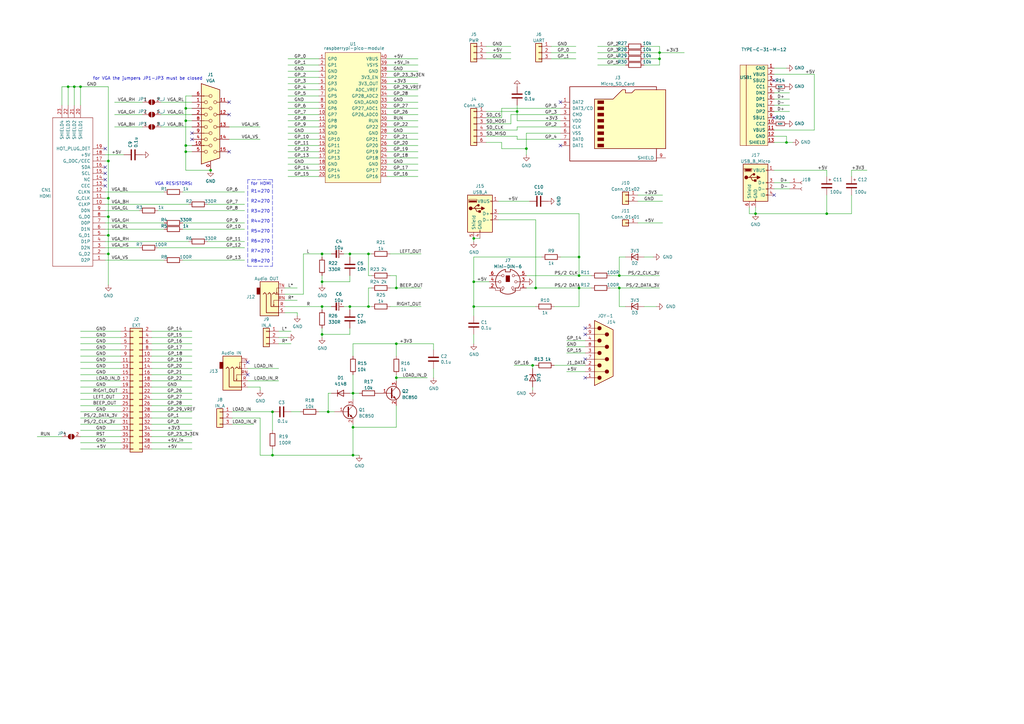
<source format=kicad_sch>
(kicad_sch (version 20211123) (generator eeschema)
  (paper "A3")
  (junction (at 254 118.11))
  (junction (at 76.2 62.23))
  (junction (at 237.49 105.41))
  (junction (at 76.2 49.53))
  (junction (at 144.78 161.29))
  (junction (at 76.2 44.45))
  (junction (at 215.9 60.96))
  (junction (at 132.08 125.73))
  (junction (at 237.49 118.11))
  (junction (at 322.58 58.42))
  (junction (at 194.31 115.57))
  (junction (at 27.94 35.56))
  (junction (at 33.02 35.56))
  (junction (at 44.45 96.52))
  (junction (at 194.31 97.79))
  (junction (at 132.08 104.14))
  (junction (at 144.78 175.26))
  (junction (at 309.88 87.63))
  (junction (at 194.31 125.73))
  (junction (at 237.49 113.03))
  (junction (at 254 113.03))
  (junction (at 44.45 66.04))
  (junction (at 151.13 104.14))
  (junction (at 270.51 21.59))
  (junction (at 339.09 87.63))
  (junction (at 76.2 59.69))
  (junction (at 212.09 45.72))
  (junction (at 132.08 115.57))
  (junction (at 111.76 186.69))
  (junction (at 270.51 24.13))
  (junction (at 30.48 35.56))
  (junction (at 111.76 168.91))
  (junction (at 162.56 154.94))
  (junction (at 44.45 88.9))
  (junction (at 44.45 81.28))
  (junction (at 86.36 69.85))
  (junction (at 134.62 168.91))
  (junction (at 219.71 118.11))
  (junction (at 218.44 149.86))
  (junction (at 143.51 104.14))
  (junction (at 143.51 125.73))
  (junction (at 144.78 186.69))
  (junction (at 151.13 125.73))
  (junction (at 162.56 140.97))
  (junction (at 162.56 118.11))
  (junction (at 44.45 104.14))
  (junction (at 132.08 137.16))
  (no_connect (at 240.03 134.62))
  (no_connect (at 101.6 153.67))
  (no_connect (at 240.03 147.32))
  (no_connect (at 101.6 148.59))
  (no_connect (at 240.03 154.94))
  (no_connect (at 240.03 137.16))
  (no_connect (at 317.5 33.02))
  (no_connect (at 317.5 48.26))
  (no_connect (at 78.74 54.61))
  (no_connect (at 78.74 57.15))
  (no_connect (at 93.98 62.23))
  (no_connect (at 93.98 46.99))
  (no_connect (at 93.98 41.91))
  (no_connect (at 43.18 73.66))
  (no_connect (at 43.18 76.2))
  (no_connect (at 43.18 60.96))
  (no_connect (at 43.18 68.58))
  (no_connect (at 43.18 71.12))
  (no_connect (at 317.5 80.01))
  (no_connect (at 229.87 59.69))
  (no_connect (at 229.87 41.91))
  (wire (pts (xy 317.5 27.94) (xy 322.58 27.94)))
  (wire (pts (xy 307.34 85.09) (xy 307.34 87.63)))
  (wire (pts (xy 219.71 118.11) (xy 237.49 118.11)))
  (wire (pts (xy 162.56 154.94) (xy 175.26 154.94)))
  (wire (pts (xy 118.11 49.53) (xy 130.81 49.53)))
  (wire (pts (xy 132.08 137.16) (xy 132.08 138.43)))
  (wire (pts (xy 232.41 144.78) (xy 240.03 144.78)))
  (wire (pts (xy 76.2 59.69) (xy 76.2 49.53)))
  (wire (pts (xy 270.51 26.67) (xy 264.16 26.67)))
  (wire (pts (xy 256.54 125.73) (xy 254 125.73)))
  (wire (pts (xy 74.93 91.44) (xy 100.33 91.44)))
  (wire (pts (xy 64.77 101.6) (xy 100.33 101.6)))
  (wire (pts (xy 95.25 173.99) (xy 104.14 173.99)))
  (wire (pts (xy 44.45 96.52) (xy 44.45 104.14)))
  (wire (pts (xy 199.39 58.42) (xy 205.74 58.42)))
  (wire (pts (xy 44.45 66.04) (xy 44.45 35.56)))
  (wire (pts (xy 322.58 55.88) (xy 322.58 58.42)))
  (wire (pts (xy 261.62 82.55) (xy 271.78 82.55)))
  (wire (pts (xy 62.23 176.53) (xy 78.74 176.53)))
  (wire (pts (xy 85.09 99.06) (xy 100.33 99.06)))
  (wire (pts (xy 135.89 104.14) (xy 132.08 104.14)))
  (wire (pts (xy 227.33 149.86) (xy 240.03 149.86)))
  (wire (pts (xy 232.41 142.24) (xy 240.03 142.24)))
  (wire (pts (xy 116.84 120.65) (xy 124.46 120.65)))
  (wire (pts (xy 62.23 140.97) (xy 78.74 140.97)))
  (wire (pts (xy 339.09 87.63) (xy 339.09 80.01)))
  (wire (pts (xy 158.75 24.13) (xy 171.45 24.13)))
  (wire (pts (xy 160.02 125.73) (xy 172.72 125.73)))
  (wire (pts (xy 62.23 135.89) (xy 78.74 135.89)))
  (wire (pts (xy 143.51 161.29) (xy 144.78 161.29)))
  (wire (pts (xy 33.02 153.67) (xy 49.53 153.67)))
  (wire (pts (xy 317.5 38.1) (xy 323.85 38.1)))
  (wire (pts (xy 118.11 72.39) (xy 130.81 72.39)))
  (wire (pts (xy 33.02 148.59) (xy 49.53 148.59)))
  (wire (pts (xy 86.36 69.85) (xy 76.2 69.85)))
  (wire (pts (xy 322.58 58.42) (xy 325.12 58.42)))
  (wire (pts (xy 143.51 104.14) (xy 140.97 104.14)))
  (wire (pts (xy 106.68 171.45) (xy 106.68 186.69)))
  (wire (pts (xy 118.11 54.61) (xy 130.81 54.61)))
  (wire (pts (xy 135.89 161.29) (xy 134.62 161.29)))
  (wire (pts (xy 215.9 54.61) (xy 215.9 60.96)))
  (wire (pts (xy 158.75 46.99) (xy 171.45 46.99)))
  (wire (pts (xy 118.11 59.69) (xy 130.81 59.69)))
  (wire (pts (xy 212.09 53.34) (xy 212.09 52.07)))
  (wire (pts (xy 158.75 62.23) (xy 171.45 62.23)))
  (wire (pts (xy 212.09 55.88) (xy 199.39 55.88)))
  (wire (pts (xy 43.18 101.6) (xy 57.15 101.6)))
  (wire (pts (xy 237.49 113.03) (xy 242.57 113.03)))
  (wire (pts (xy 334.01 53.34) (xy 317.5 53.34)))
  (wire (pts (xy 245.11 24.13) (xy 256.54 24.13)))
  (wire (pts (xy 151.13 104.14) (xy 152.4 104.14)))
  (wire (pts (xy 118.11 46.99) (xy 130.81 46.99)))
  (wire (pts (xy 95.25 171.45) (xy 106.68 171.45)))
  (wire (pts (xy 144.78 153.67) (xy 144.78 161.29)))
  (wire (pts (xy 44.45 35.56) (xy 33.02 35.56)))
  (wire (pts (xy 62.23 166.37) (xy 78.74 166.37)))
  (wire (pts (xy 111.76 184.15) (xy 111.76 186.69)))
  (wire (pts (xy 143.51 127) (xy 143.51 125.73)))
  (wire (pts (xy 76.2 49.53) (xy 78.74 49.53)))
  (wire (pts (xy 33.02 166.37) (xy 49.53 166.37)))
  (wire (pts (xy 62.23 146.05) (xy 78.74 146.05)))
  (wire (pts (xy 44.45 81.28) (xy 44.45 88.9)))
  (wire (pts (xy 44.45 88.9) (xy 44.45 96.52)))
  (polyline (pts (xy 111.76 73.66) (xy 101.6 73.66)))
  (wire (pts (xy 62.23 148.59) (xy 78.74 148.59)))
  (wire (pts (xy 162.56 166.37) (xy 162.56 175.26)))
  (wire (pts (xy 158.75 41.91) (xy 171.45 41.91)))
  (wire (pts (xy 162.56 118.11) (xy 160.02 118.11)))
  (wire (pts (xy 118.11 39.37) (xy 130.81 39.37)))
  (wire (pts (xy 134.62 161.29) (xy 134.62 168.91)))
  (wire (pts (xy 158.75 36.83) (xy 171.45 36.83)))
  (wire (pts (xy 118.11 67.31) (xy 130.81 67.31)))
  (wire (pts (xy 62.23 143.51) (xy 78.74 143.51)))
  (wire (pts (xy 158.75 52.07) (xy 171.45 52.07)))
  (wire (pts (xy 215.9 113.03) (xy 237.49 113.03)))
  (wire (pts (xy 219.71 149.86) (xy 218.44 149.86)))
  (wire (pts (xy 66.04 41.91) (xy 78.74 41.91)))
  (wire (pts (xy 118.11 57.15) (xy 130.81 57.15)))
  (wire (pts (xy 46.99 52.07) (xy 58.42 52.07)))
  (wire (pts (xy 33.02 173.99) (xy 49.53 173.99)))
  (wire (pts (xy 204.47 87.63) (xy 237.49 87.63)))
  (wire (pts (xy 33.02 179.07) (xy 49.53 179.07)))
  (wire (pts (xy 162.56 140.97) (xy 162.56 146.05)))
  (wire (pts (xy 162.56 153.67) (xy 162.56 154.94)))
  (wire (pts (xy 116.84 118.11) (xy 121.92 118.11)))
  (wire (pts (xy 349.25 72.39) (xy 349.25 69.85)))
  (wire (pts (xy 43.18 104.14) (xy 44.45 104.14)))
  (wire (pts (xy 254 105.41) (xy 254 113.03)))
  (wire (pts (xy 121.92 128.27) (xy 121.92 129.54)))
  (wire (pts (xy 143.51 113.03) (xy 143.51 115.57)))
  (wire (pts (xy 144.78 140.97) (xy 162.56 140.97)))
  (wire (pts (xy 212.09 45.72) (xy 199.39 45.72)))
  (wire (pts (xy 62.23 181.61) (xy 78.74 181.61)))
  (wire (pts (xy 43.18 78.74) (xy 67.31 78.74)))
  (wire (pts (xy 101.6 158.75) (xy 106.68 158.75)))
  (wire (pts (xy 218.44 149.86) (xy 218.44 151.13)))
  (wire (pts (xy 30.48 35.56) (xy 30.48 43.18)))
  (wire (pts (xy 143.51 125.73) (xy 151.13 125.73)))
  (wire (pts (xy 264.16 125.73) (xy 269.24 125.73)))
  (wire (pts (xy 33.02 35.56) (xy 33.02 43.18)))
  (wire (pts (xy 349.25 69.85) (xy 355.6 69.85)))
  (wire (pts (xy 205.74 60.96) (xy 215.9 60.96)))
  (wire (pts (xy 101.6 151.13) (xy 114.3 151.13)))
  (wire (pts (xy 33.02 171.45) (xy 49.53 171.45)))
  (wire (pts (xy 118.11 62.23) (xy 130.81 62.23)))
  (wire (pts (xy 33.02 181.61) (xy 49.53 181.61)))
  (wire (pts (xy 143.51 115.57) (xy 132.08 115.57)))
  (wire (pts (xy 215.9 118.11) (xy 219.71 118.11)))
  (wire (pts (xy 33.02 135.89) (xy 49.53 135.89)))
  (wire (pts (xy 309.88 87.63) (xy 309.88 85.09)))
  (wire (pts (xy 33.02 140.97) (xy 49.53 140.97)))
  (wire (pts (xy 62.23 163.83) (xy 78.74 163.83)))
  (wire (pts (xy 33.02 176.53) (xy 49.53 176.53)))
  (wire (pts (xy 118.11 52.07) (xy 130.81 52.07)))
  (wire (pts (xy 62.23 184.15) (xy 78.74 184.15)))
  (wire (pts (xy 162.56 140.97) (xy 177.8 140.97)))
  (polyline (pts (xy 101.6 73.66) (xy 101.6 78.74)))
  (wire (pts (xy 143.51 134.62) (xy 143.51 137.16)))
  (wire (pts (xy 27.94 35.56) (xy 27.94 43.18)))
  (wire (pts (xy 264.16 21.59) (xy 270.51 21.59)))
  (wire (pts (xy 106.68 158.75) (xy 106.68 160.02)))
  (wire (pts (xy 212.09 49.53) (xy 212.09 45.72)))
  (wire (pts (xy 143.51 125.73) (xy 140.97 125.73)))
  (wire (pts (xy 33.02 158.75) (xy 49.53 158.75)))
  (wire (pts (xy 64.77 86.36) (xy 100.33 86.36)))
  (wire (pts (xy 15.24 179.07) (xy 25.4 179.07)))
  (wire (pts (xy 132.08 113.03) (xy 132.08 115.57)))
  (wire (pts (xy 158.75 29.21) (xy 171.45 29.21)))
  (wire (pts (xy 158.75 39.37) (xy 171.45 39.37)))
  (wire (pts (xy 74.93 106.68) (xy 100.33 106.68)))
  (wire (pts (xy 151.13 125.73) (xy 152.4 125.73)))
  (wire (pts (xy 317.5 74.93) (xy 323.85 74.93)))
  (wire (pts (xy 194.31 125.73) (xy 194.31 129.54)))
  (wire (pts (xy 135.89 125.73) (xy 132.08 125.73)))
  (wire (pts (xy 43.18 88.9) (xy 44.45 88.9)))
  (wire (pts (xy 43.18 99.06) (xy 77.47 99.06)))
  (wire (pts (xy 152.4 113.03) (xy 151.13 113.03)))
  (wire (pts (xy 43.18 106.68) (xy 67.31 106.68)))
  (wire (pts (xy 215.9 60.96) (xy 215.9 63.5)))
  (wire (pts (xy 33.02 146.05) (xy 49.53 146.05)))
  (wire (pts (xy 62.23 138.43) (xy 78.74 138.43)))
  (wire (pts (xy 209.55 46.99) (xy 229.87 46.99)))
  (wire (pts (xy 226.06 24.13) (xy 236.22 24.13)))
  (wire (pts (xy 205.74 44.45) (xy 229.87 44.45)))
  (wire (pts (xy 101.6 156.21) (xy 114.3 156.21)))
  (wire (pts (xy 158.75 67.31) (xy 171.45 67.31)))
  (wire (pts (xy 162.56 118.11) (xy 172.72 118.11)))
  (wire (pts (xy 264.16 24.13) (xy 270.51 24.13)))
  (wire (pts (xy 27.94 35.56) (xy 25.4 35.56)))
  (wire (pts (xy 62.23 158.75) (xy 78.74 158.75)))
  (wire (pts (xy 144.78 140.97) (xy 144.78 146.05)))
  (wire (pts (xy 116.84 125.73) (xy 132.08 125.73)))
  (wire (pts (xy 132.08 134.62) (xy 132.08 137.16)))
  (wire (pts (xy 95.25 168.91) (xy 111.76 168.91)))
  (wire (pts (xy 144.78 175.26) (xy 162.56 175.26)))
  (wire (pts (xy 114.3 138.43) (xy 118.11 138.43)))
  (wire (pts (xy 43.18 83.82) (xy 77.47 83.82)))
  (wire (pts (xy 270.51 24.13) (xy 270.51 26.67)))
  (wire (pts (xy 62.23 156.21) (xy 78.74 156.21)))
  (wire (pts (xy 158.75 59.69) (xy 171.45 59.69)))
  (wire (pts (xy 219.71 90.17) (xy 219.71 118.11)))
  (wire (pts (xy 143.51 137.16) (xy 132.08 137.16)))
  (wire (pts (xy 245.11 21.59) (xy 256.54 21.59)))
  (wire (pts (xy 85.09 83.82) (xy 100.33 83.82)))
  (wire (pts (xy 76.2 59.69) (xy 78.74 59.69)))
  (wire (pts (xy 118.11 69.85) (xy 130.81 69.85)))
  (wire (pts (xy 62.23 168.91) (xy 78.74 168.91)))
  (wire (pts (xy 199.39 19.05) (xy 209.55 19.05)))
  (wire (pts (xy 43.18 93.98) (xy 67.31 93.98)))
  (wire (pts (xy 33.02 168.91) (xy 49.53 168.91)))
  (wire (pts (xy 229.87 105.41) (xy 237.49 105.41)))
  (wire (pts (xy 317.5 58.42) (xy 322.58 58.42)))
  (wire (pts (xy 43.18 96.52) (xy 44.45 96.52)))
  (wire (pts (xy 194.31 125.73) (xy 194.31 115.57)))
  (wire (pts (xy 144.78 186.69) (xy 147.32 186.69)))
  (wire (pts (xy 43.18 86.36) (xy 57.15 86.36)))
  (wire (pts (xy 237.49 125.73) (xy 237.49 118.11)))
  (wire (pts (xy 33.02 163.83) (xy 49.53 163.83)))
  (wire (pts (xy 254 118.11) (xy 270.51 118.11)))
  (wire (pts (xy 43.18 91.44) (xy 67.31 91.44)))
  (wire (pts (xy 194.31 137.16) (xy 194.31 140.97)))
  (wire (pts (xy 43.18 66.04) (xy 44.45 66.04)))
  (wire (pts (xy 218.44 158.75) (xy 218.44 160.02)))
  (wire (pts (xy 132.08 104.14) (xy 132.08 105.41)))
  (wire (pts (xy 317.5 45.72) (xy 323.85 45.72)))
  (wire (pts (xy 33.02 156.21) (xy 49.53 156.21)))
  (wire (pts (xy 232.41 139.7) (xy 240.03 139.7)))
  (wire (pts (xy 74.93 93.98) (xy 100.33 93.98)))
  (wire (pts (xy 199.39 48.26) (xy 205.74 48.26)))
  (wire (pts (xy 130.81 168.91) (xy 134.62 168.91)))
  (wire (pts (xy 93.98 57.15) (xy 106.68 57.15)))
  (wire (pts (xy 44.45 81.28) (xy 44.45 66.04)))
  (wire (pts (xy 111.76 186.69) (xy 144.78 186.69)))
  (wire (pts (xy 62.23 179.07) (xy 78.74 179.07)))
  (wire (pts (xy 151.13 118.11) (xy 151.13 125.73)))
  (wire (pts (xy 317.5 43.18) (xy 323.85 43.18)))
  (wire (pts (xy 143.51 104.14) (xy 151.13 104.14)))
  (wire (pts (xy 158.75 72.39) (xy 171.45 72.39)))
  (wire (pts (xy 144.78 161.29) (xy 144.78 163.83)))
  (wire (pts (xy 33.02 143.51) (xy 49.53 143.51)))
  (wire (pts (xy 204.47 90.17) (xy 219.71 90.17)))
  (wire (pts (xy 222.25 105.41) (xy 194.31 105.41)))
  (wire (pts (xy 158.75 57.15) (xy 171.45 57.15)))
  (wire (pts (xy 143.51 105.41) (xy 143.51 104.14)))
  (wire (pts (xy 93.98 52.07) (xy 106.68 52.07)))
  (wire (pts (xy 205.74 48.26) (xy 205.74 44.45)))
  (wire (pts (xy 210.82 149.86) (xy 218.44 149.86)))
  (wire (pts (xy 245.11 26.67) (xy 256.54 26.67)))
  (wire (pts (xy 76.2 49.53) (xy 76.2 44.45)))
  (wire (pts (xy 76.2 44.45) (xy 76.2 39.37)))
  (wire (pts (xy 66.04 52.07) (xy 78.74 52.07)))
  (wire (pts (xy 62.23 173.99) (xy 78.74 173.99)))
  (wire (pts (xy 194.31 115.57) (xy 200.66 115.57)))
  (wire (pts (xy 158.75 31.75) (xy 171.45 31.75)))
  (wire (pts (xy 264.16 105.41) (xy 267.97 105.41)))
  (wire (pts (xy 160.02 104.14) (xy 172.72 104.14)))
  (wire (pts (xy 317.5 30.48) (xy 334.01 30.48)))
  (wire (pts (xy 254 118.11) (xy 250.19 118.11)))
  (wire (pts (xy 33.02 161.29) (xy 49.53 161.29)))
  (wire (pts (xy 118.11 44.45) (xy 130.81 44.45)))
  (wire (pts (xy 43.18 63.5) (xy 50.8 63.5)))
  (wire (pts (xy 118.11 36.83) (xy 130.81 36.83)))
  (wire (pts (xy 212.09 57.15) (xy 229.87 57.15)))
  (polyline (pts (xy 101.6 78.74) (xy 101.6 109.22)))
  (wire (pts (xy 307.34 87.63) (xy 309.88 87.63)))
  (wire (pts (xy 116.84 123.19) (xy 121.92 123.19)))
  (wire (pts (xy 46.99 46.99) (xy 58.42 46.99)))
  (wire (pts (xy 158.75 26.67) (xy 171.45 26.67)))
  (wire (pts (xy 111.76 168.91) (xy 111.76 176.53)))
  (wire (pts (xy 177.8 140.97) (xy 177.8 143.51)))
  (wire (pts (xy 317.5 77.47) (xy 323.85 77.47)))
  (wire (pts (xy 151.13 104.14) (xy 151.13 113.03)))
  (wire (pts (xy 254 113.03) (xy 270.51 113.03)))
  (wire (pts (xy 199.39 50.8) (xy 209.55 50.8)))
  (wire (pts (xy 132.08 125.73) (xy 132.08 127)))
  (wire (pts (xy 118.11 29.21) (xy 130.81 29.21)))
  (wire (pts (xy 76.2 39.37) (xy 78.74 39.37)))
  (wire (pts (xy 74.93 78.74) (xy 100.33 78.74)))
  (wire (pts (xy 254 125.73) (xy 254 118.11)))
  (wire (pts (xy 116.84 128.27) (xy 121.92 128.27)))
  (wire (pts (xy 118.11 26.67) (xy 130.81 26.67)))
  (wire (pts (xy 256.54 105.41) (xy 254 105.41)))
  (wire (pts (xy 199.39 24.13) (xy 209.55 24.13)))
  (wire (pts (xy 264.16 19.05) (xy 270.51 19.05)))
  (wire (pts (xy 194.31 97.79) (xy 196.85 97.79)))
  (wire (pts (xy 261.62 91.44) (xy 271.78 91.44)))
  (wire (pts (xy 219.71 125.73) (xy 194.31 125.73)))
  (wire (pts (xy 212.09 52.07) (xy 229.87 52.07)))
  (wire (pts (xy 232.41 152.4) (xy 240.03 152.4)))
  (wire (pts (xy 237.49 118.11) (xy 242.57 118.11)))
  (wire (pts (xy 349.25 87.63) (xy 349.25 80.01)))
  (wire (pts (xy 158.75 49.53) (xy 171.45 49.53)))
  (wire (pts (xy 158.75 34.29) (xy 171.45 34.29)))
  (wire (pts (xy 339.09 69.85) (xy 339.09 72.39)))
  (wire (pts (xy 114.3 135.89) (xy 119.38 135.89)))
  (wire (pts (xy 114.3 140.97) (xy 119.38 140.97)))
  (wire (pts (xy 62.23 151.13) (xy 78.74 151.13)))
  (wire (pts (xy 199.39 21.59) (xy 209.55 21.59)))
  (wire (pts (xy 227.33 125.73) (xy 237.49 125.73)))
  (wire (pts (xy 162.56 113.03) (xy 162.56 118.11)))
  (wire (pts (xy 62.23 161.29) (xy 78.74 161.29)))
  (wire (pts (xy 134.62 168.91) (xy 137.16 168.91)))
  (wire (pts (xy 309.88 87.63) (xy 339.09 87.63)))
  (wire (pts (xy 158.75 44.45) (xy 171.45 44.45)))
  (wire (pts (xy 339.09 87.63) (xy 349.25 87.63)))
  (wire (pts (xy 245.11 19.05) (xy 256.54 19.05)))
  (wire (pts (xy 132.08 115.57) (xy 132.08 116.84)))
  (wire (pts (xy 317.5 69.85) (xy 339.09 69.85)))
  (wire (pts (xy 144.78 175.26) (xy 144.78 186.69)))
  (wire (pts (xy 152.4 118.11) (xy 151.13 118.11)))
  (wire (pts (xy 66.04 46.99) (xy 78.74 46.99)))
  (wire (pts (xy 124.46 104.14) (xy 124.46 120.65)))
  (wire (pts (xy 226.06 21.59) (xy 236.22 21.59)))
  (wire (pts (xy 144.78 161.29) (xy 147.32 161.29)))
  (wire (pts (xy 212.09 49.53) (xy 229.87 49.53)))
  (wire (pts (xy 33.02 184.15) (xy 49.53 184.15)))
  (polyline (pts (xy 101.6 109.22) (xy 111.76 109.22)))
  (wire (pts (xy 317.5 55.88) (xy 322.58 55.88)))
  (wire (pts (xy 158.75 54.61) (xy 171.45 54.61)))
  (wire (pts (xy 317.5 40.64) (xy 323.85 40.64)))
  (wire (pts (xy 237.49 87.63) (xy 237.49 105.41)))
  (wire (pts (xy 212.09 57.15) (xy 212.09 55.88)))
  (wire (pts (xy 118.11 41.91) (xy 130.81 41.91)))
  (wire (pts (xy 209.55 50.8) (xy 209.55 46.99)))
  (wire (pts (xy 33.02 35.56) (xy 30.48 35.56)))
  (wire (pts (xy 158.75 64.77) (xy 171.45 64.77)))
  (wire (pts (xy 33.02 151.13) (xy 49.53 151.13)))
  (wire (pts (xy 199.39 53.34) (xy 212.09 53.34)))
  (wire (pts (xy 144.78 173.99) (xy 144.78 175.26)))
  (wire (pts (xy 270.51 19.05) (xy 270.51 21.59)))
  (wire (pts (xy 25.4 35.56) (xy 25.4 43.18)))
  (wire (pts (xy 76.2 69.85) (xy 76.2 62.23)))
  (wire (pts (xy 237.49 105.41) (xy 237.49 113.03)))
  (wire (pts (xy 215.9 54.61) (xy 229.87 54.61)))
  (wire (pts (xy 62.23 153.67) (xy 78.74 153.67)))
  (wire (pts (xy 162.56 154.94) (xy 162.56 156.21)))
  (wire (pts (xy 226.06 19.05) (xy 236.22 19.05)))
  (wire (pts (xy 118.11 31.75) (xy 130.81 31.75)))
  (wire (pts (xy 334.01 30.48) (xy 334.01 53.34)))
  (wire (pts (xy 212.09 43.18) (xy 212.09 45.72)))
  (wire (pts (xy 44.45 104.14) (xy 44.45 116.84)))
  (wire (pts (xy 194.31 97.79) (xy 194.31 99.06)))
  (wire (pts (xy 194.31 105.41) (xy 194.31 115.57)))
  (wire (pts (xy 76.2 62.23) (xy 76.2 59.69)))
  (wire (pts (xy 43.18 81.28) (xy 44.45 81.28)))
  (polyline (pts (xy 111.76 109.22) (xy 111.76 73.66)))
  (wire (pts (xy 124.46 104.14) (xy 132.08 104.14)))
  (wire (pts (xy 118.11 24.13) (xy 130.81 24.13)))
  (wire (pts (xy 270.51 21.59) (xy 270.51 24.13)))
  (wire (pts (xy 158.75 69.85) (xy 171.45 69.85)))
  (wire (pts (xy 205.74 58.42) (xy 205.74 60.96)))
  (wire (pts (xy 30.48 35.56) (xy 27.94 35.56)))
  (wire (pts (xy 119.38 168.91) (xy 123.19 168.91)))
  (wire (pts (xy 261.62 80.01) (xy 271.78 80.01)))
  (wire (pts (xy 270.51 21.59) (xy 280.67 21.59)))
  (wire (pts (xy 62.23 171.45) (xy 78.74 171.45)))
  (wire (pts (xy 177.8 151.13) (xy 177.8 154.94)))
  (wire (pts (xy 76.2 44.45) (xy 78.74 44.45)))
  (wire (pts (xy 118.11 34.29) (xy 130.81 34.29)))
  (wire (pts (xy 254 113.03) (xy 250.19 113.03)))
  (wire (pts (xy 160.02 113.03) (xy 162.56 113.03)))
  (wire (pts (xy 204.47 82.55) (xy 217.17 82.55)))
  (wire (pts (xy 118.11 64.77) (xy 130.81 64.77)))
  (wire (pts (xy 33.02 138.43) (xy 49.53 138.43)))
  (wire (pts (xy 106.68 186.69) (xy 111.76 186.69)))
  (wire (pts (xy 76.2 62.23) (xy 78.74 62.23)))
  (wire (pts (xy 46.99 41.91) (xy 58.42 41.91)))
  (text "for VGA the jumpers JP1-JP3 must be closed" (at 38.1 33.02 0) (effects (font (size 1.27 1.27)) (justify left bottom)))
  (text "VGA RESISTORS:" (at 63.5 76.2 0) (effects (font (size 1.27 1.27)) (justify left bottom)))
  (text "for HDMI" (at 102.87 76.2 0) (effects (font (size 1.27 1.27)) (justify left bottom)))
  (text "R1=270\n\nR2=270\n\nR3=270\n\nR4=270\n\nR5=270\n\nR6=270\n\nR7=270\n\nR8=270\n" (at 102.87 107.95 0) (effects (font (size 1.27 1.27)) (justify left bottom)))
  (label "R*" (at 118.11 123.19 0))
  (label "GND" (at 228.6 19.05 0))
  (label "GP_20" (at 161.29 59.69 0))
  (label "GND" (at 39.37 138.43 0))
  (label "LEFT_OUT" (at 38.1 163.83 0))
  (label "D+" (at 320.04 74.93 0))
  (label "GP_3" (at 248.92 21.59 0))
  (label "+5V_in" (at 161.29 26.67 0))
  (label "GP_22" (at 161.29 52.07 0))
  (label "GP_0" (at 68.585 173.99 0))
  (label "+5V" (at 39.37 184.15 0))
  (label "VGA_HS" (at 45.72 101.6 0))
  (label "LOAD_IN_D" (at 165.1 154.94 0))
  (label "GP_22" (at 68.58 156.21 0))
  (label "+5V" (at 201.93 21.59 0))
  (label "GP_13" (at 92.71 106.68 0))
  (label "GP_7" (at 120.65 46.99 0))
  (label "+3V3" (at 273.05 21.59 0))
  (label "GND" (at 39.37 143.51 0))
  (label "PS{slash}2_DATA_3V" (at 270.51 118.11 180))
  (label "GP_28" (at 161.29 39.37 0))
  (label "RIGHT_OUT" (at 38.1 161.29 0))
  (label "GP_12" (at 92.71 101.6 0))
  (label "GP_13" (at 120.65 64.77 0))
  (label "GND" (at 39.37 153.67 0))
  (label "GP_2" (at 120.65 31.75 0))
  (label "+5V" (at 208.28 82.55 0))
  (label "+5V" (at 335.28 69.85 0))
  (label "SD_MISO" (at 199.39 55.88 0))
  (label "+5V" (at 161.29 24.13 0))
  (label "GND" (at 39.37 151.13 0))
  (label "GP_15" (at 232.41 144.78 0))
  (label "GP_17" (at 161.29 69.85 0))
  (label "GND" (at 68.58 158.75 0))
  (label "LOAD_IN" (at 104.14 151.13 0))
  (label "GP_29_VREF" (at 68.58 168.91 0))
  (label "GP_0" (at 228.6 21.59 0))
  (label "D+" (at 318.77 40.64 0))
  (label "GP_9" (at 120.65 52.07 0))
  (label "GP_14" (at 120.65 69.85 0))
  (label "GP_8" (at 120.65 49.53 0))
  (label "GP_1" (at 228.6 24.13 0))
  (label "GP_23_3v3EN" (at 161.29 31.75 0))
  (label "GND" (at 120.65 29.21 0))
  (label "VGA_GL" (at 45.72 86.36 0))
  (label "GP_27" (at 161.29 44.45 0))
  (label "GP_9" (at 92.71 91.44 0))
  (label "GP_11" (at 92.71 99.06 0))
  (label "+5V" (at 45.72 63.5 0))
  (label "GP_5" (at 120.65 39.37 0))
  (label "GND" (at 161.29 29.21 0))
  (label "D+" (at 318.77 45.72 0))
  (label "D-" (at 320.1375 77.47 0))
  (label "GP_19" (at 161.29 62.23 0))
  (label "GND" (at 39.37 158.75 0))
  (label "VGA_VS" (at 45.72 106.68 0))
  (label "GND" (at 161.29 41.91 0))
  (label "D-" (at 318.77 38.1 0))
  (label "+3V3" (at 68.58 176.53 0))
  (label "GND" (at 39.37 176.53 0))
  (label "VGA_RH" (at 45.72 99.06 0))
  (label "PS{slash}2 DATA" (at 227.33 118.11 0))
  (label "+3V3" (at 163.83 140.97 0))
  (label "GND" (at 39.37 168.91 0))
  (label "+5V" (at 330.2 30.48 0))
  (label "GND" (at 35.56 35.56 0))
  (label "VGA_VS" (at 99.06 57.15 0))
  (label "GP_1" (at 120.65 26.67 0))
  (label "SD_CLK" (at 199.39 53.34 0))
  (label "+3V3" (at 161.29 34.29 0))
  (label "VGA_GH" (at 45.72 91.44 0))
  (label "GP_14" (at 232.41 139.7 0))
  (label "GP_29_VREF" (at 161.29 36.83 0))
  (label "LEFT_OUT" (at 163.83 104.14 0))
  (label "GP_14" (at 68.58 135.89 0))
  (label "GP_0" (at 120.65 24.13 0))
  (label "L*" (at 118.11 118.11 0))
  (label "GP_15" (at 68.58 138.43 0))
  (label "GP_21" (at 68.58 153.67 0))
  (label "GND" (at 161.29 54.61 0))
  (label "LOAD_IN_R" (at 95.25 173.99 0))
  (label "GP_12" (at 120.65 62.23 0))
  (label "LOAD_IN" (at 95.25 168.91 0))
  (label "+5V" (at 232.41 152.4 0))
  (label "GP_18" (at 161.29 64.77 0))
  (label "GP_6" (at 120.65 44.45 0))
  (label "GND" (at 39.37 140.97 0))
  (label "GP_6" (at 92.71 78.74 0))
  (label "GP_27" (at 68.58 163.83 0))
  (label "GP_5" (at 248.92 26.67 0))
  (label "GP_21" (at 161.29 57.15 0))
  (label "L*" (at 115.57 135.89 0))
  (label "VGA_BH" (at 48.26 52.07 0))
  (label "VGA_RH" (at 48.26 41.91 0))
  (label "PS{slash}2_DATA_3V" (at 34.29 171.45 0))
  (label "GP_2" (at 223.52 52.07 0))
  (label "GND" (at 161.29 67.31 0))
  (label "J1_DATA" (at 232.41 149.86 0))
  (label "VGA_GH" (at 48.26 46.99 0))
  (label "VGA_BH" (at 45.72 83.82 0))
  (label "GND" (at 120.65 41.91 0))
  (label "GP_10" (at 120.65 57.15 0))
  (label "VGA_BL" (at 68.58 52.07 0))
  (label "LOAD_IN_R" (at 104.14 156.21 0))
  (label "GP_26" (at 68.58 161.29 0))
  (label "VGA_RL" (at 68.58 41.91 0))
  (label "GND" (at 120.65 54.61 0))
  (label "GP_23_3v3EN" (at 68.58 179.07 0))
  (label "GND" (at 120.65 67.31 0))
  (label "+5V_in" (at 68.58 181.61 0))
  (label "GP_8" (at 92.71 86.36 0))
  (label "GP_5" (at 223.52 44.45 0))
  (label "L" (at 125.73 104.14 0))
  (label "GP_16" (at 210.82 149.86 0))
  (label "GND" (at 232.41 142.24 0))
  (label "RIGHT_OUT" (at 162.56 125.73 0))
  (label "GND" (at 39.37 181.61 0))
  (label "D-" (at 318.77 43.18 0))
  (label "GP_4" (at 223.52 57.15 0))
  (label "+5V" (at 195.58 115.57 0))
  (label "GND" (at 39.37 146.05 0))
  (label "GP_2" (at 248.92 19.05 0))
  (label "GP_17" (at 68.58 143.51 0))
  (label "RST" (at 39.37 179.07 0))
  (label "GP_19" (at 68.58 148.59 0))
  (label "GND" (at 201.93 24.13 0))
  (label "GND" (at 39.37 148.59 0))
  (label "GP_3" (at 223.52 46.99 0))
  (label "RUN" (at 161.29 49.53 0))
  (label "GND" (at 39.37 135.89 0))
  (label "PS{slash}2_CLK_3V" (at 270.51 113.03 180))
  (label "GP_3" (at 120.65 34.29 0))
  (label "GP_26" (at 161.29 46.99 0))
  (label "+5V" (at 264.16 91.44 0))
  (label "GP_4" (at 120.65 36.83 0))
  (label "R*" (at 115.57 140.97 0))
  (label "GP_16" (at 161.29 72.39 0))
  (label "GP_11" (at 120.65 59.69 0))
  (label "GP_18" (at 68.7228 146.05 0))
  (label "R" (at 125.73 125.73 0))
  (label "SD_CS" (at 199.39 48.26 0))
  (label "GP_20" (at 68.5648 151.13 0))
  (label "VGA_GL" (at 68.58 46.99 0))
  (label "BEEP_OUT" (at 38.1 166.37 0))
  (label "GND" (at 264.16 82.55 0))
  (label "VGA_RL" (at 45.72 93.98 0))
  (label "+3V3" (at 264.16 80.01 0))
  (label "LOAD_IN_D" (at 39.37 156.21 0))
  (label "GP_10" (at 92.71 93.98 0))
  (label "+3V3" (at 223.52 49.53 0))
  (label "BEEP_OUT" (at 163.83 118.11 0))
  (label "VGA_HS" (at 99.06 52.07 0))
  (label "PS{slash}2 CLK" (at 227.33 113.03 0))
  (label "GP_16" (at 68.6438 140.97 0))
  (label "GP_1" (at 68.58 171.45 0))
  (label "RUN" (at 16.51 179.07 0))
  (label "GP_28" (at 68.58 166.37 0))
  (label "GP_4" (at 248.92 24.13 0))
  (label "+3V3" (at 349.25 69.85 0))
  (label "GND" (at 201.93 19.05 0))
  (label "GP_7" (at 92.71 83.82 0))
  (label "SD_MOSI" (at 199.39 50.8 0))
  (label "VGA_BL" (at 45.72 78.74 0))
  (label "+5V" (at 68.58 184.15 0))
  (label "GP_15" (at 120.65 72.39 0))
  (label "PS{slash}2_CLK_3V" (at 34.29 173.99 0))
  (symbol (lib_id "Connector:AudioJack3_SwitchTR") (at 96.52 156.21 0) (mirror x) (unit 1)
    (property "Reference" "J13" (at 89.4081 152.2003 0) (effects (justify right)))
    (property "Value" "Audio IN" (at 99.06 144.78 0) (effects (justify right)))
    (property "Footprint" "Connector_Audio:Jack_3.5mm_CUI_SJ1-3535NG_Horizontal" (effects hide))
  )
  (symbol (lib_id "Device:C") (at 143.51 109.22 0) (unit 1)
    (property "Reference" "C5" (at 146.431 108.0516 0) (effects (justify left)))
    (property "Value" "10n" (at 146.431 110.363 0) (effects (justify left)))
    (property "Footprint" "LIBS:R_0805_PLUS" (effects hide))
  )
  (symbol (lib_id "Device:R") (at 156.21 118.11 90) (unit 1)
    (property "Reference" "R24" (at 153.67 115.57 90))
    (property "Value" "2k" (at 157.48 115.57 90))
    (property "Footprint" "LIBS:R_0805_PLUS" (effects hide))
  )
  (symbol (lib_id "power:GND") (at 224.79 82.55 90) (unit 1)
    (property "Reference" "#PWR0111" (effects hide))
    (property "Value" "GND" (at 229.1842 82.423 0))
  )
  (symbol (lib_id "Device:D") (at 139.7 161.29 0) (unit 1)
    (property "Reference" "D1" (at 139.7 154.94 0))
    (property "Value" "4148" (at 139.7 157.48 0))
    (property "Footprint" "LIBS:R_0805_PLUS" (effects hide))
  )
  (symbol (lib_id "Connector_Generic:Conn_01x03") (at 109.22 138.43 0) (mirror y) (unit 1)
    (property "Reference" "J9" (at 109.22 130.9202 0))
    (property "Value" "IN_A" (at 109.22 133.4571 0))
    (property "Footprint" "Connector_PinHeader_2.54mm:PinHeader_1x03_P2.54mm_Vertical" (effects hide))
  )
  (symbol (lib_id "power:GND") (at 58.42 63.5 90) (unit 1)
    (property "Reference" "#PWR0104" (effects hide))
    (property "Value" "GND" (effects hide))
  )
  (symbol (lib_id "Device:R_Small") (at 320.04 35.56 270) (unit 1)
    (property "Reference" "R14" (at 320.04 33.02 90))
    (property "Value" "5.1K " (at 320.04 35.56 90) (effects (font (size 0.508 0.508))))
    (property "Footprint" "Resistor_SMD:R_0805_2012Metric_Pad1.20x1.40mm_HandSolder" (effects hide))
    (property "LCSC" " " (effects hide))
  )
  (symbol (lib_id "Device:R") (at 151.13 161.29 90) (unit 1)
    (property "Reference" "R17" (at 151.13 156.5742 90))
    (property "Value" "10k" (at 151.13 159.1111 90))
    (property "Footprint" "LIBS:R_0805_PLUS" (effects hide))
  )
  (symbol (lib_id "Device:R") (at 144.78 149.86 0) (unit 1)
    (property "Reference" "R15" (at 146.558 149.0253 0) (effects (justify left)))
    (property "Value" "10k" (at 146.558 151.5622 0) (effects (justify left)))
    (property "Footprint" "LIBS:R_0805_PLUS" (effects hide))
  )
  (symbol (lib_name "C_1") (lib_id "Device:C") (at 349.25 76.2 0) (unit 1)
    (property "Reference" "C12" (at 351.79 73.66 0) (effects (justify left)))
    (property "Value" "100u" (at 350.52 78.74 0) (effects (justify left)))
    (property "Footprint" "Capacitor_Tantalum_SMD:CP_EIA-7132-28_AVX-C_Pad2.72x3.50mm_HandSolder" (effects hide))
  )
  (symbol (lib_id "Transistor_BJT:BC850") (at 160.02 161.29 0) (unit 1)
    (property "Reference" "Q2" (at 164.8714 160.4553 0) (effects (justify left)))
    (property "Value" "BC850" (at 164.8714 162.9922 0) (effects (justify left)))
    (property "Footprint" "LIBS:SOT-23_PLUS2" (effects hide))
    (property "Datasheet" "http://www.infineon.com/dgdl/Infineon-BC847SERIES_BC848SERIES_BC849SERIES_BC850SERIES-DS-v01_01-en.pdf?fileId=db3a304314dca389011541d4630a1657" (effects hide))
  )
  (symbol (lib_id "power:GND") (at 309.88 87.63 0) (unit 1)
    (property "Reference" "#PWR0117" (effects hide))
    (property "Value" "GND" (at 309.88 92.0734 0))
  )
  (symbol (lib_id "power:GND") (at 218.44 160.02 0) (unit 1)
    (property "Reference" "#PWR0108" (effects hide))
    (property "Value" "GND" (at 215.9 161.29 0) (effects (justify right)))
  )
  (symbol (lib_id "power:GND") (at 267.97 105.41 90) (unit 1)
    (property "Reference" "#PWR0106" (effects hide))
    (property "Value" "GND" (at 271.78 105.4099 90) (effects (justify right)))
  )
  (symbol (lib_id "Device:R") (at 71.12 93.98 90) (unit 1)
    (property "Reference" "R5" (at 67.31 92.71 90))
    (property "Value" "1k" (at 76.2 92.71 90))
    (property "Footprint" "LIBS:R_0805_PLUS" (effects hide))
  )
  (symbol (lib_id "Device:R") (at 260.35 19.05 90) (unit 1)
    (property "Reference" "R27" (at 255.27 17.78 90))
    (property "Value" "10k" (at 265.43 17.78 90))
    (property "Footprint" "Resistor_SMD:R_0805_2012Metric_Pad1.20x1.40mm_HandSolder" (effects hide))
  )
  (symbol (lib_id "Device:C") (at 177.8 147.32 0) (unit 1)
    (property "Reference" "C2" (at 180.721 146.1516 0) (effects (justify left)))
    (property "Value" "0.1u" (at 180.721 148.463 0) (effects (justify left)))
    (property "Footprint" "LIBS:R_0805_PLUS" (effects hide))
  )
  (symbol (lib_id "kiwikit-rpi-pico-rescue:raspberrypi-pico-module-kiwih_kicad") (at 144.78 48.26 0) (unit 1)
    (property "Reference" "U1" (at 144.78 18.0172 0))
    (property "Value" "raspberrypi-pico-module" (at 145.2652 19.7625 0))
    (property "Footprint" "LIBS:Raspberry_Pi_Pico_SMT_THT_MOD_2" (effects hide))
  )
  (symbol (lib_id "Connector:Mini-DIN-6") (at 208.28 115.57 0) (unit 1)
    (property "Reference" "J7" (at 208.2977 106.7902 0))
    (property "Value" "Mini-DIN-6" (at 208.2977 109.3271 0))
    (property "Footprint" "LIBS:Connector_Mini-DIN_Female_6Pin_2rows" (effects hide))
    (property "Datasheet" "http://service.powerdynamics.com/ec/Catalog17/Section%2011.pdf" (effects hide))
  )
  (symbol (lib_id "Device:C") (at 212.09 39.37 0) (unit 1)
    (property "Reference" "C8" (at 215.011 38.2016 0) (effects (justify left)))
    (property "Value" "0.1u" (at 215.011 40.513 0) (effects (justify left)))
    (property "Footprint" "LIBS:R_0805_PLUS" (effects hide))
  )
  (symbol (lib_id "Device:R") (at 71.12 106.68 90) (unit 1)
    (property "Reference" "R8" (at 67.31 105.41 90))
    (property "Value" "100R" (at 76.2 105.41 90))
    (property "Footprint" "LIBS:R_0805_PLUS" (effects hide))
  )
  (symbol (lib_id "Device:R") (at 60.96 101.6 90) (unit 1)
    (property "Reference" "R7" (at 57.15 100.33 90))
    (property "Value" "100R" (at 66.04 100.33 90))
    (property "Footprint" "LIBS:R_0805_PLUS" (effects hide))
  )
  (symbol (lib_id "Connector:USB_A") (at 196.85 87.63 0) (unit 1)
    (property "Reference" "J15" (at 196.85 76.3102 0))
    (property "Value" "USB_A" (at 196.85 78.8471 0))
    (property "Footprint" "Connector_USB:USB_A_CONNFLY_DS1095-WNR0" (effects hide))
    (property "Datasheet" " ~" (effects hide))
  )
  (symbol (lib_id "Device:R") (at 71.12 78.74 90) (unit 1)
    (property "Reference" "R1" (at 67.31 77.47 90))
    (property "Value" "1k" (at 76.2 77.47 90))
    (property "Footprint" "LIBS:R_0805_PLUS" (effects hide))
  )
  (symbol (lib_id "Device:C_Polarized_Small") (at 138.43 104.14 270) (unit 1)
    (property "Reference" "C4" (at 138.9761 99.0432 90))
    (property "Value" "10u" (at 138.9761 101.5801 90))
    (property "Footprint" "Capacitor_THT:CP_Radial_D5.0mm_P2.50mm" (effects hide))
  )
  (symbol (lib_id "power:GND") (at 44.45 116.84 0) (unit 1)
    (property "Reference" "#PWR02" (effects hide))
    (property "Value" "GND" (at 44.45 121.2834 0))
  )
  (symbol (lib_id "power:GND") (at 106.68 160.02 0) (unit 1)
    (property "Reference" "#PWR08" (effects hide))
    (property "Value" "GND" (at 106.807 164.4142 0))
  )
  (symbol (lib_id "Device:R") (at 81.28 99.06 90) (unit 1)
    (property "Reference" "R6" (at 77.47 97.79 90))
    (property "Value" "330R" (at 86.36 97.79 90))
    (property "Footprint" "LIBS:R_0805_PLUS" (effects hide))
  )
  (symbol (lib_id "Connector_Generic:Conn_01x06") (at 194.31 50.8 0) (mirror y) (unit 1)
    (property "Reference" "J4" (at 194.31 40.7502 0))
    (property "Value" "Conn_SD" (at 194.31 43.2871 0))
    (property "Footprint" "Connector_PinSocket_2.54mm:PinSocket_1x06_P2.54mm_Vertical" (effects hide))
  )
  (symbol (lib_id "Device:R") (at 132.08 130.81 0) (unit 1)
    (property "Reference" "R26" (at 134.62 129.5399 0) (effects (justify left)))
    (property "Value" "330R" (at 134.62 132.0799 0) (effects (justify left)))
    (property "Footprint" "LIBS:R_0805_PLUS" (effects hide))
  )
  (symbol (lib_id "power:GND") (at 322.58 35.56 90) (unit 1)
    (property "Reference" "#PWR0114" (effects hide))
    (property "Value" "GND" (at 325.8312 35.433 90) (effects (justify right)))
  )
  (symbol (lib_id "Connector:USB_B_Micro") (at 309.88 74.93 0) (unit 1)
    (property "Reference" "J17" (at 309.88 63.6102 0))
    (property "Value" "USB_B_Micro" (at 309.88 66.1471 0))
    (property "Footprint" "LIBS:USB_Micro-B_Amphenol" (effects hide))
  )
  (symbol (lib_id "power:GND") (at 212.09 35.56 180) (unit 1)
    (property "Reference" "#PWR0105" (effects hide))
    (property "Value" "GND" (effects hide))
  )
  (symbol (lib_id "Device:C") (at 220.98 82.55 90) (unit 1)
    (property "Reference" "C10" (at 220.98 76.6912 90))
    (property "Value" "10u" (at 220.98 79.2281 90))
    (property "Footprint" "Capacitor_SMD:C_0805_2012Metric_Pad1.18x1.45mm_HandSolder" (effects hide))
  )
  (symbol (lib_id "Device:C") (at 115.57 168.91 90) (unit 1)
    (property "Reference" "C3" (at 116.84 165.1 90) (effects (justify left)))
    (property "Value" "0.1u" (at 118.11 172.72 90) (effects (justify left)))
    (property "Footprint" "LIBS:R_0805_PLUS" (effects hide))
  )
  (symbol (lib_id "Device:R") (at 127 168.91 90) (unit 1)
    (property "Reference" "R18" (at 127 164.1942 90))
    (property "Value" "10k" (at 127 166.7311 90))
    (property "Footprint" "LIBS:R_0805_PLUS" (effects hide))
  )
  (symbol (lib_id "Connector_Generic:Conn_01x03") (at 220.98 21.59 0) (mirror y) (unit 1)
    (property "Reference" "J6" (at 220.98 14.0802 0))
    (property "Value" "UART" (at 220.98 16.6171 0))
    (property "Footprint" "Connector_PinHeader_2.54mm:PinHeader_1x03_P2.54mm_Vertical" (effects hide))
  )
  (symbol (lib_id "Device:R") (at 60.96 86.36 90) (unit 1)
    (property "Reference" "R3" (at 57.15 85.09 90))
    (property "Value" "1k" (at 66.04 85.09 90))
    (property "Footprint" "LIBS:R_0805_PLUS" (effects hide))
  )
  (symbol (lib_id "Device:R") (at 223.52 125.73 90) (unit 1)
    (property "Reference" "R10" (at 223.52 123.19 90))
    (property "Value" "1k" (at 223.52 128.27 90))
    (property "Footprint" "LIBS:R_0805_PLUS" (effects hide))
  )
  (symbol (lib_id "power:GND") (at 322.58 50.8 90) (unit 1)
    (property "Reference" "#PWR0115" (effects hide))
    (property "Value" "GND" (at 325.8312 50.673 90) (effects (justify right)))
  )
  (symbol (lib_id "Jumper:SolderJumper_2_Open") (at 62.23 41.91 0) (unit 1)
    (property "Reference" "JP1" (at 58.42 40.64 0))
    (property "Value" "R_J" (at 66.04 40.64 0))
    (property "Footprint" "Jumper:SolderJumper-2_P1.3mm_Open_RoundedPad1.0x1.5mm" (effects hide))
  )
  (symbol (lib_id "Device:R") (at 156.21 113.03 90) (unit 1)
    (property "Reference" "R23" (at 153.67 110.49 90))
    (property "Value" "2k" (at 157.48 110.49 90))
    (property "Footprint" "LIBS:R_0805_PLUS" (effects hide))
  )
  (symbol (lib_id "Type-C:HRO-TYPE-C-31-M-12") (at 314.96 41.91 0) (unit 1)
    (property "Reference" "USB1" (at 308.61 31.75 0) (effects (justify right)))
    (property "Value" "TYPE-C-31-M-12" (at 322.58 20.32 0) (effects (justify right)))
    (property "Footprint" "LIBS:USB-TYPE-C-31-M-12_lib2" (effects hide))
    (property "LCSC" "C165948" (effects hide))
  )
  (symbol (lib_id "Device:R") (at 260.35 24.13 90) (unit 1)
    (property "Reference" "R29" (at 255.27 22.86 90))
    (property "Value" "10k" (at 265.43 22.86 90))
    (property "Footprint" "Resistor_SMD:R_0805_2012Metric_Pad1.20x1.40mm_HandSolder" (effects hide))
  )
  (symbol (lib_id "Device:R") (at 162.56 149.86 0) (unit 1)
    (property "Reference" "R16" (at 164.338 149.0253 0) (effects (justify left)))
    (property "Value" "1k" (at 164.338 151.5622 0) (effects (justify left)))
    (property "Footprint" "LIBS:R_0805_PLUS" (effects hide))
  )
  (symbol (lib_id "Device:R_Small") (at 320.04 50.8 270) (unit 1)
    (property "Reference" "R20" (at 320.04 48.26 90))
    (property "Value" "5.1K" (at 320.04 50.8 90) (effects (font (size 0.508 0.508))))
    (property "Footprint" "Resistor_SMD:R_0805_2012Metric_Pad1.20x1.40mm_HandSolder" (effects hide))
    (property "LCSC" " " (effects hide))
  )
  (symbol (lib_id "Device:C_Polarized_Small") (at 138.43 125.73 270) (unit 1)
    (property "Reference" "C6" (at 138.9761 120.6332 90))
    (property "Value" "10u" (at 138.9761 123.1701 90))
    (property "Footprint" "Capacitor_THT:CP_Radial_D5.0mm_P2.50mm" (effects hide))
  )
  (symbol (lib_id "power:GND") (at 325.12 58.42 90) (unit 1)
    (property "Reference" "#PWR0116" (effects hide))
    (property "Value" "GND" (at 328.3712 58.293 90) (effects (justify right)))
  )
  (symbol (lib_id "power:GND") (at 177.8 154.94 0) (unit 1)
    (property "Reference" "#PWR05" (effects hide))
    (property "Value" "GND" (at 177.927 159.3342 0))
  )
  (symbol (lib_id "power:GND") (at 215.9 63.5 0) (unit 1)
    (property "Reference" "#PWR0101" (effects hide))
    (property "Value" "GND" (at 215.9 67.9434 0))
  )
  (symbol (lib_id "Device:C") (at 54.61 63.5 90) (unit 1)
    (property "Reference" "C9" (at 53.4416 60.579 0) (effects (justify left)))
    (property "Value" "0.1u" (at 55.753 60.579 0) (effects (justify left)))
    (property "Footprint" "LIBS:R_0805_PLUS" (effects hide))
  )
  (symbol (lib_id "Device:R") (at 260.35 21.59 90) (unit 1)
    (property "Reference" "R28" (at 255.27 20.32 90))
    (property "Value" "10k" (at 265.43 20.32 90))
    (property "Footprint" "Resistor_SMD:R_0805_2012Metric_Pad1.20x1.40mm_HandSolder" (effects hide))
  )
  (symbol (lib_id "Device:R") (at 81.28 83.82 90) (unit 1)
    (property "Reference" "R2" (at 77.47 82.55 90))
    (property "Value" "330R" (at 86.36 82.55 90))
    (property "Footprint" "LIBS:R_0805_PLUS" (effects hide))
  )
  (symbol (lib_id "power:GND") (at 194.31 140.97 0) (unit 1)
    (property "Reference" "#PWR0109" (effects hide))
    (property "Value" "GND" (at 194.437 145.3642 0))
  )
  (symbol (lib_id "Jumper:SolderJumper_2_Open") (at 29.21 179.07 0) (unit 1)
    (property "Reference" "JP4" (at 25.4 177.8 0))
    (property "Value" "JRST" (effects hide))
    (property "Footprint" "Jumper:SolderJumper-2_P1.3mm_Open_RoundedPad1.0x1.5mm" (effects hide))
  )
  (symbol (lib_id "Device:D_Zener") (at 218.44 154.94 270) (unit 1)
    (property "Reference" "D4" (at 215.9 154.94 0))
    (property "Value" "3V3" (at 220.98 154.94 0))
    (property "Footprint" "LIBS:R_0805_PLUS" (effects hide))
  )
  (symbol (lib_id "Device:R") (at 111.76 180.34 0) (unit 1)
    (property "Reference" "R19" (at 114.3 179.0699 0) (effects (justify left)))
    (property "Value" "100R" (at 114.3 181.6099 0) (effects (justify left)))
    (property "Footprint" "LIBS:R_0805_PLUS" (effects hide))
  )
  (symbol (lib_id "Device:R") (at 260.35 26.67 90) (unit 1)
    (property "Reference" "R30" (at 255.27 25.4 90))
    (property "Value" "10k" (at 265.43 25.4 90))
    (property "Footprint" "Resistor_SMD:R_0805_2012Metric_Pad1.20x1.40mm_HandSolder" (effects hide))
  )
  (symbol (lib_id "Device:D_Zener") (at 260.35 105.41 0) (unit 1)
    (property "Reference" "D2" (at 260.35 107.95 0))
    (property "Value" "3V3" (at 260.35 102.87 0))
    (property "Footprint" "LIBS:R_0805_PLUS" (effects hide))
  )
  (symbol (lib_id "Connector:Conn_01x02_Female") (at 328.93 74.93 0) (unit 1)
    (property "Reference" "J18" (at 328.93 73.66 0) (effects (justify left)))
    (property "Value" "Conn_01x02_Female" (effects hide))
    (property "Footprint" "Connector_PinHeader_2.54mm:PinHeader_1x02_P2.54mm_Vertical" (effects hide))
  )
  (symbol (lib_id "Device:R") (at 132.08 109.22 0) (unit 1)
    (property "Reference" "R22" (at 134.62 107.9499 0) (effects (justify left)))
    (property "Value" "330R" (at 134.62 110.4899 0) (effects (justify left)))
    (property "Footprint" "LIBS:R_0805_PLUS" (effects hide))
  )
  (symbol (lib_id "power:GND") (at 322.58 27.94 90) (unit 1)
    (property "Reference" "#PWR0113" (effects hide))
    (property "Value" "GND" (at 325.8312 27.813 90) (effects (justify right)))
  )
  (symbol (lib_id "power:GND") (at 132.08 138.43 0) (unit 1)
    (property "Reference" "#PWR0102" (effects hide))
    (property "Value" "GND" (at 132.207 142.8242 0))
  )
  (symbol (lib_name "C_1") (lib_id "Device:C") (at 339.09 76.2 0) (unit 1)
    (property "Reference" "C11" (at 341.63 73.66 0) (effects (justify left)))
    (property "Value" "100u" (at 340.36 78.74 0) (effects (justify left)))
    (property "Footprint" "Capacitor_Tantalum_SMD:CP_EIA-7132-28_AVX-C_Pad2.72x3.50mm_HandSolder" (effects hide))
  )
  (symbol (lib_id "Connector_Generic:Conn_02x20_Odd_Even") (at 54.61 158.75 0) (unit 1)
    (property "Reference" "J2" (at 55.88 130.9202 0))
    (property "Value" "EXT" (at 55.88 133.4571 0))
    (property "Footprint" "Connector_PinHeader_2.54mm:PinHeader_2x20_P2.54mm_Vertical" (effects hide))
  )
  (symbol (lib_id "Device:C") (at 194.31 133.35 0) (unit 1)
    (property "Reference" "C1" (at 197.231 132.1816 0) (effects (justify left)))
    (property "Value" "0.1u" (at 197.231 134.493 0) (effects (justify left)))
    (property "Footprint" "LIBS:R_0805_PLUS" (effects hide))
  )
  (symbol (lib_id "Device:C") (at 143.51 130.81 0) (unit 1)
    (property "Reference" "C7" (at 146.431 129.6416 0) (effects (justify left)))
    (property "Value" "10n" (at 146.431 131.953 0) (effects (justify left)))
    (property "Footprint" "LIBS:R_0805_PLUS" (effects hide))
  )
  (symbol (lib_id "Connector_Generic:Conn_01x02") (at 256.54 80.01 0) (mirror y) (unit 1)
    (property "Reference" "J10" (at 256.54 75.0402 0))
    (property "Value" "Conn_01x02" (at 256.54 77.5771 0))
    (property "Footprint" "Connector_PinHeader_2.54mm:PinHeader_1x02_P2.54mm_Vertical" (effects hide))
  )
  (symbol (lib_id "Device:R") (at 246.38 113.03 90) (unit 1)
    (property "Reference" "R11" (at 240.03 111.76 90))
    (property "Value" "100R" (at 251.46 111.76 90))
    (property "Footprint" "LIBS:R_0805_PLUS" (effects hide))
  )
  (symbol (lib_id "Jumper:SolderJumper_2_Open") (at 62.23 46.99 0) (unit 1)
    (property "Reference" "JP2" (at 58.42 45.72 0))
    (property "Value" "G_J" (at 66.04 45.72 0))
    (property "Footprint" "Jumper:SolderJumper-2_P1.3mm_Open_RoundedPad1.0x1.5mm" (effects hide))
  )
  (symbol (lib_id "Connector:DB15_Female_HighDensity_MountingHoles") (at 86.36 52.07 0) (unit 1)
    (property "Reference" "J1" (at 86.36 30.5902 0))
    (property "Value" "VGA" (at 86.36 33.1271 0))
    (property "Footprint" "Connector_Dsub:DSUB-15-HD_Female_Horizontal_P2.29x1.98mm_EdgePinOffset3.03mm_Housed_MountingHolesOffset4.94mm" (effects hide))
    (property "Datasheet" " ~" (effects hide))
  )
  (symbol (lib_id "Device:R") (at 223.52 149.86 90) (unit 1)
    (property "Reference" "R13" (at 220.98 147.32 90))
    (property "Value" "1k" (at 224.79 147.32 90))
    (property "Footprint" "LIBS:R_0805_PLUS" (effects hide))
  )
  (symbol (lib_id "power:GND") (at 215.9 115.57 90) (unit 1)
    (property "Reference" "#PWR03" (effects hide))
    (property "Value" "GND" (effects hide))
  )
  (symbol (lib_id "power:GND") (at 86.36 69.85 0) (unit 1)
    (property "Reference" "#PWR01" (effects hide))
    (property "Value" "GND" (at 86.36 74.2934 0))
  )
  (symbol (lib_id "power:GND") (at 121.92 129.54 0) (unit 1)
    (property "Reference" "#PWR07" (effects hide))
    (property "Value" "GND" (at 122.047 133.9342 0))
  )
  (symbol (lib_id "Device:R") (at 156.21 104.14 90) (unit 1)
    (property "Reference" "R21" (at 156.21 99.4242 90))
    (property "Value" "1k" (at 156.21 101.9611 90))
    (property "Footprint" "LIBS:R_0805_PLUS" (effects hide))
  )
  (symbol (lib_id "Connector:AudioJack3_SwitchTR") (at 111.76 125.73 0) (mirror x) (unit 1)
    (property "Reference" "J12" (at 104.6481 121.7203 0) (effects (justify right)))
    (property "Value" "Audio OUT" (at 114.3 114.3 0) (effects (justify right)))
    (property "Footprint" "Connector_Audio:Jack_3.5mm_CUI_SJ1-3535NG_Horizontal" (effects hide))
  )
  (symbol (lib_id "Device:R") (at 156.21 125.73 90) (unit 1)
    (property "Reference" "R25" (at 156.21 121.0142 90))
    (property "Value" "1k" (at 156.21 123.5511 90))
    (property "Footprint" "LIBS:R_0805_PLUS" (effects hide))
  )
  (symbol (lib_id "Device:D_Zener") (at 260.35 125.73 0) (unit 1)
    (property "Reference" "D3" (at 260.35 128.27 0))
    (property "Value" "3V3" (at 260.35 123.19 0))
    (property "Footprint" "LIBS:R_0805_PLUS" (effects hide))
  )
  (symbol (lib_id "Connector:Micro_SD_Card") (at 252.73 49.53 0) (unit 1)
    (property "Reference" "J3" (at 253.365 31.8602 0))
    (property "Value" "Micro_SD_Card" (at 253.365 34.3971 0))
    (property "Footprint" "LIBS:GCT-MEM2055-00-190-01-A" (effects hide))
    (property "Datasheet" "http://katalog.we-online.de/em/datasheet/693072010801.pdf" (effects hide))
  )
  (symbol (lib_id "Connector:DB9_Male") (at 247.65 144.78 0) (unit 1)
    (property "Reference" "J14" (at 248.92 132.08 0) (effects (justify left)))
    (property "Value" "JOY-1" (at 245.11 129.54 0) (effects (justify left)))
    (property "Footprint" "Connector_Dsub:DSUB-9_Male_EdgeMount_P2.77mm" (effects hide))
    (property "Datasheet" " ~" (effects hide))
  )
  (symbol (lib_id "Connector_Generic:Conn_01x03") (at 90.17 171.45 0) (mirror y) (unit 1)
    (property "Reference" "J8" (at 90.17 163.9402 0))
    (property "Value" "IN_A" (at 90.17 166.4771 0))
    (property "Footprint" "Connector_PinHeader_2.54mm:PinHeader_1x03_P2.54mm_Vertical" (effects hide))
  )
  (symbol (lib_id "Device:R") (at 71.12 91.44 90) (unit 1)
    (property "Reference" "R4" (at 67.31 90.17 90))
    (property "Value" "330R" (at 76.2 90.17 90))
    (property "Footprint" "LIBS:R_0805_PLUS" (effects hide))
  )
  (symbol (lib_id "power:GND") (at 118.11 138.43 90) (unit 1)
    (property "Reference" "#PWR0112" (effects hide))
    (property "Value" "GND" (effects hide))
  )
  (symbol (lib_id "Connector_Generic:Conn_01x01") (at 256.54 91.44 0) (mirror y) (unit 1)
    (property "Reference" "J11" (at 256.54 86.4702 0))
    (property "Value" "Conn_01x01" (at 256.54 89.0071 0))
    (property "Footprint" "Connector_PinHeader_2.54mm:PinHeader_1x01_P2.54mm_Vertical" (effects hide))
  )
  (symbol (lib_id "Transistor_BJT:BC850") (at 142.24 168.91 0) (unit 1)
    (property "Reference" "Q1" (at 147.0914 168.0753 0) (effects (justify left)))
    (property "Value" "BC850" (at 147.0914 170.6122 0) (effects (justify left)))
    (property "Footprint" "LIBS:SOT-23_PLUS2" (effects hide))
    (property "Datasheet" "http://www.infineon.com/dgdl/Infineon-BC847SERIES_BC848SERIES_BC849SERIES_BC850SERIES-DS-v01_01-en.pdf?fileId=db3a304314dca389011541d4630a1657" (effects hide))
  )
  (symbol (lib_id "Device:R") (at 226.06 105.41 90) (unit 1)
    (property "Reference" "R9" (at 226.06 102.87 90))
    (property "Value" "1k" (at 226.06 107.95 90))
    (property "Footprint" "LIBS:R_0805_PLUS" (effects hide))
  )
  (symbol (lib_id "power:GND") (at 132.08 116.84 0) (unit 1)
    (property "Reference" "#PWR0103" (effects hide))
    (property "Value" "GND" (at 132.207 121.2342 0))
  )
  (symbol (lib_id "Device:R") (at 246.38 118.11 90) (unit 1)
    (property "Reference" "R12" (at 240.03 116.84 90))
    (property "Value" "100R" (at 251.46 116.84 90))
    (property "Footprint" "LIBS:R_0805_PLUS" (effects hide))
  )
  (symbol (lib_id "power:GND") (at 269.24 125.73 90) (unit 1)
    (property "Reference" "#PWR0107" (effects hide))
    (property "Value" "GND" (at 273.05 125.7299 90) (effects (justify right)))
  )
  (symbol (lib_id "Jumper:SolderJumper_2_Open") (at 62.23 52.07 0) (unit 1)
    (property "Reference" "JP3" (at 58.42 50.8 0))
    (property "Value" "B_J" (at 66.04 50.8 0))
    (property "Footprint" "Jumper:SolderJumper-2_P1.3mm_Open_RoundedPad1.0x1.5mm" (effects hide))
  )
  (symbol (lib_id "Connector_Generic:Conn_01x03") (at 194.31 21.59 0) (mirror y) (unit 1)
    (property "Reference" "J5" (at 194.31 14.0802 0))
    (property "Value" "PWR" (at 194.31 16.6171 0))
    (property "Footprint" "Connector_PinHeader_2.54mm:PinHeader_1x03_P2.54mm_Vertical" (effects hide))
  )
  (symbol (lib_id "R40:HDMI") (at 33.02 93.98 180) (unit 1)
    (property "Reference" "CN1" (at 20.9551 77.9053 0) (effects (justify left)))
    (property "Value" "HDMI" (at 20.9551 80.4422 0) (effects (justify left)))
    (property "Footprint" "LIBS:HDMI" (effects hide))
  )
  (symbol (lib_id "power:GND") (at 147.32 186.69 0) (unit 1)
    (property "Reference" "#PWR06" (effects hide))
    (property "Value" "GND" (at 147.447 191.0842 0))
  )
  (symbol (lib_id "power:GND") (at 194.31 99.06 0) (unit 1)
    (property "Reference" "#PWR0110" (effects hide))
    (property "Value" "GND" (at 194.437 103.4542 0))
  )
)
</source>
